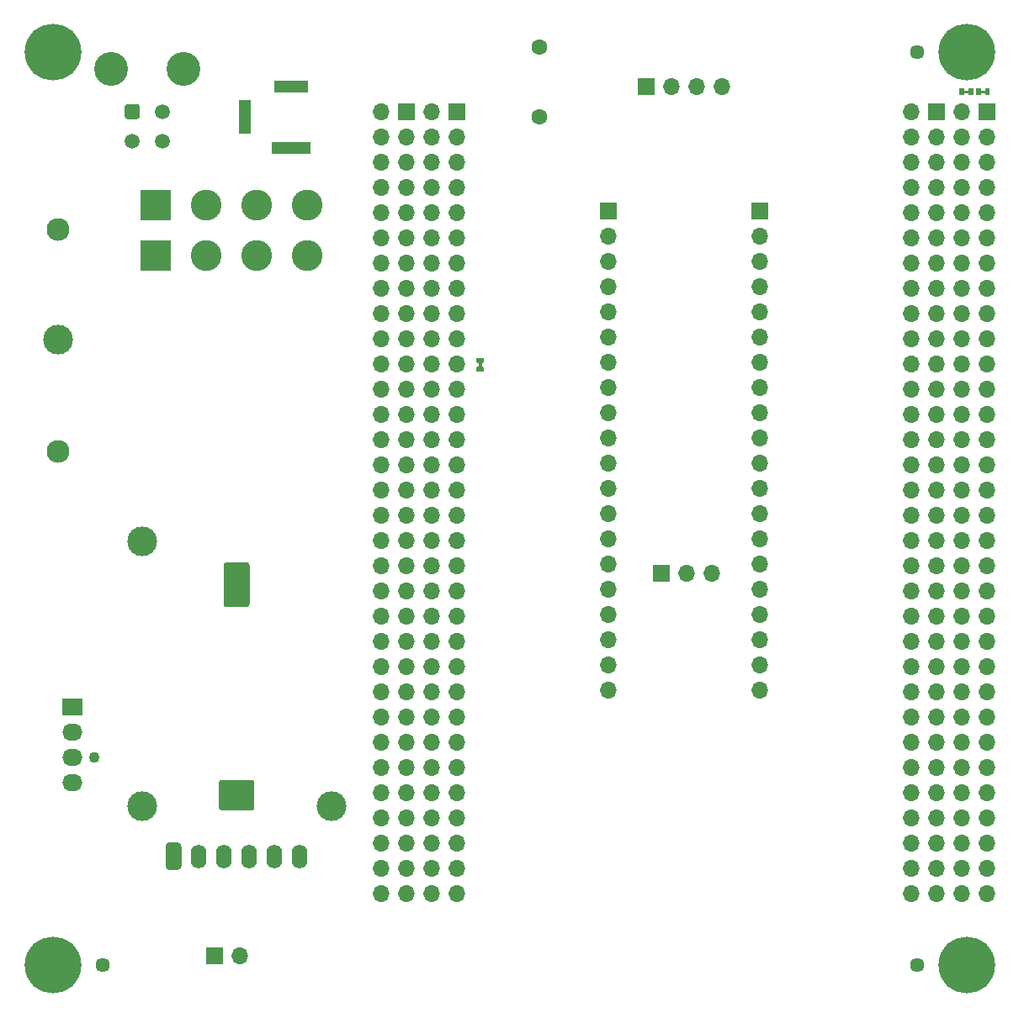
<source format=gbr>
%TF.GenerationSoftware,KiCad,Pcbnew,5.1.9-73d0e3b20d~88~ubuntu18.04.1*%
%TF.CreationDate,2020-12-31T09:15:49+01:00*%
%TF.ProjectId,frontpanel_dev_adapter,66726f6e-7470-4616-9e65-6c5f6465765f,r0.1*%
%TF.SameCoordinates,PX2faf080PY2faf080*%
%TF.FileFunction,Soldermask,Bot*%
%TF.FilePolarity,Negative*%
%FSLAX46Y46*%
G04 Gerber Fmt 4.6, Leading zero omitted, Abs format (unit mm)*
G04 Created by KiCad (PCBNEW 5.1.9-73d0e3b20d~88~ubuntu18.04.1) date 2020-12-31 09:15:49*
%MOMM*%
%LPD*%
G01*
G04 APERTURE LIST*
%ADD10C,0.100000*%
%ADD11C,3.100000*%
%ADD12R,3.100000X3.100000*%
%ADD13O,1.700000X1.700000*%
%ADD14R,1.700000X1.700000*%
%ADD15C,1.448000*%
%ADD16C,1.600000*%
%ADD17C,5.700000*%
%ADD18O,1.600000X2.400000*%
%ADD19C,3.000000*%
%ADD20C,1.100000*%
%ADD21O,2.030000X1.730000*%
%ADD22R,2.030000X1.730000*%
%ADD23C,1.500000*%
%ADD24C,3.410000*%
%ADD25R,1.300000X3.500000*%
%ADD26R,4.000000X1.300000*%
%ADD27R,3.500000X1.300000*%
%ADD28C,2.300000*%
G04 APERTURE END LIST*
D10*
%TO.C,JP603*%
G36*
X47100000Y-35700000D02*
G01*
X47100000Y-35300000D01*
X46900000Y-35300000D01*
X46900000Y-35700000D01*
X47100000Y-35700000D01*
G37*
X47100000Y-35700000D02*
X47100000Y-35300000D01*
X46900000Y-35300000D01*
X46900000Y-35700000D01*
X47100000Y-35700000D01*
%TO.C,JP602*%
G36*
X96150000Y-7900000D02*
G01*
X95750000Y-7900000D01*
X95750000Y-8100000D01*
X96150000Y-8100000D01*
X96150000Y-7900000D01*
G37*
X96150000Y-7900000D02*
X95750000Y-7900000D01*
X95750000Y-8100000D01*
X96150000Y-8100000D01*
X96150000Y-7900000D01*
%TO.C,JP601*%
G36*
X97800000Y-7900000D02*
G01*
X97400000Y-7900000D01*
X97400000Y-8100000D01*
X97800000Y-8100000D01*
X97800000Y-7900000D01*
G37*
X97800000Y-7900000D02*
X97400000Y-7900000D01*
X97400000Y-8100000D01*
X97800000Y-8100000D01*
X97800000Y-7900000D01*
%TD*%
D11*
%TO.C,J202*%
X29620000Y-24540000D03*
X29620000Y-19460000D03*
X24540000Y-24540000D03*
X24540000Y-19460000D03*
X19460000Y-19460000D03*
X19460000Y-24540000D03*
D12*
X14380000Y-19460000D03*
X14380000Y-24540000D03*
%TD*%
D13*
%TO.C,J304*%
X22790000Y-95000000D03*
D14*
X20250000Y-95000000D03*
%TD*%
D15*
%TO.C,M103*%
X91000000Y-4000000D03*
%TD*%
%TO.C,M102*%
X91000000Y-96000000D03*
%TD*%
%TO.C,M101*%
X9000000Y-96000000D03*
%TD*%
D16*
%TO.C,J504*%
X53000000Y-3500000D03*
X53000000Y-10500000D03*
%TD*%
D13*
%TO.C,J505*%
X70330000Y-56500000D03*
X67790000Y-56500000D03*
D14*
X65250000Y-56500000D03*
%TD*%
D17*
%TO.C,H104*%
X96000000Y-96000000D03*
%TD*%
%TO.C,H103*%
X4000000Y-96000000D03*
%TD*%
%TO.C,H102*%
X96000000Y-4000000D03*
%TD*%
%TO.C,H101*%
X4000000Y-4000000D03*
%TD*%
D18*
%TO.C,RTC501*%
X28850000Y-85000000D03*
X26310000Y-85000000D03*
X23770000Y-85000000D03*
X21230000Y-85000000D03*
X18690000Y-85000000D03*
G36*
G01*
X16550000Y-86400000D02*
X15750000Y-86400000D01*
G75*
G02*
X15350000Y-86000000I0J400000D01*
G01*
X15350000Y-84000000D01*
G75*
G02*
X15750000Y-83600000I400000J0D01*
G01*
X16550000Y-83600000D01*
G75*
G02*
X16950000Y-84000000I0J-400000D01*
G01*
X16950000Y-86000000D01*
G75*
G02*
X16550000Y-86400000I-400000J0D01*
G01*
G37*
D19*
X12975000Y-53250000D03*
X32025000Y-79920000D03*
X12975000Y-79920000D03*
%TD*%
D20*
%TO.C,M401*%
X8160000Y-75080000D03*
D21*
X6000000Y-77620000D03*
X6000000Y-75080000D03*
X6000000Y-72540000D03*
D22*
X6000000Y-70000000D03*
%TD*%
%TO.C,JP603*%
G36*
G01*
X46700000Y-35700000D02*
X47300000Y-35700000D01*
G75*
G02*
X47350000Y-35750000I0J-50000D01*
G01*
X47350000Y-36150000D01*
G75*
G02*
X47300000Y-36200000I-50000J0D01*
G01*
X46700000Y-36200000D01*
G75*
G02*
X46650000Y-36150000I0J50000D01*
G01*
X46650000Y-35750000D01*
G75*
G02*
X46700000Y-35700000I50000J0D01*
G01*
G37*
G36*
G01*
X46700000Y-34800000D02*
X47300000Y-34800000D01*
G75*
G02*
X47350000Y-34850000I0J-50000D01*
G01*
X47350000Y-35250000D01*
G75*
G02*
X47300000Y-35300000I-50000J0D01*
G01*
X46700000Y-35300000D01*
G75*
G02*
X46650000Y-35250000I0J50000D01*
G01*
X46650000Y-34850000D01*
G75*
G02*
X46700000Y-34800000I50000J0D01*
G01*
G37*
%TD*%
%TO.C,JP602*%
G36*
G01*
X96150000Y-8300000D02*
X96150000Y-7700000D01*
G75*
G02*
X96200000Y-7650000I50000J0D01*
G01*
X96600000Y-7650000D01*
G75*
G02*
X96650000Y-7700000I0J-50000D01*
G01*
X96650000Y-8300000D01*
G75*
G02*
X96600000Y-8350000I-50000J0D01*
G01*
X96200000Y-8350000D01*
G75*
G02*
X96150000Y-8300000I0J50000D01*
G01*
G37*
G36*
G01*
X95250000Y-8300000D02*
X95250000Y-7700000D01*
G75*
G02*
X95300000Y-7650000I50000J0D01*
G01*
X95700000Y-7650000D01*
G75*
G02*
X95750000Y-7700000I0J-50000D01*
G01*
X95750000Y-8300000D01*
G75*
G02*
X95700000Y-8350000I-50000J0D01*
G01*
X95300000Y-8350000D01*
G75*
G02*
X95250000Y-8300000I0J50000D01*
G01*
G37*
%TD*%
%TO.C,JP601*%
G36*
G01*
X97800000Y-8300000D02*
X97800000Y-7700000D01*
G75*
G02*
X97850000Y-7650000I50000J0D01*
G01*
X98250000Y-7650000D01*
G75*
G02*
X98300000Y-7700000I0J-50000D01*
G01*
X98300000Y-8300000D01*
G75*
G02*
X98250000Y-8350000I-50000J0D01*
G01*
X97850000Y-8350000D01*
G75*
G02*
X97800000Y-8300000I0J50000D01*
G01*
G37*
G36*
G01*
X96900000Y-8300000D02*
X96900000Y-7700000D01*
G75*
G02*
X96950000Y-7650000I50000J0D01*
G01*
X97350000Y-7650000D01*
G75*
G02*
X97400000Y-7700000I0J-50000D01*
G01*
X97400000Y-8300000D01*
G75*
G02*
X97350000Y-8350000I-50000J0D01*
G01*
X96950000Y-8350000D01*
G75*
G02*
X96900000Y-8300000I0J50000D01*
G01*
G37*
%TD*%
D13*
%TO.C,J604*%
X90380000Y-88740000D03*
X92920000Y-88740000D03*
X90380000Y-86200000D03*
X92920000Y-86200000D03*
X90380000Y-83660000D03*
X92920000Y-83660000D03*
X90380000Y-81120000D03*
X92920000Y-81120000D03*
X90380000Y-78580000D03*
X92920000Y-78580000D03*
X90380000Y-76040000D03*
X92920000Y-76040000D03*
X90380000Y-73500000D03*
X92920000Y-73500000D03*
X90380000Y-70960000D03*
X92920000Y-70960000D03*
X90380000Y-68420000D03*
X92920000Y-68420000D03*
X90380000Y-65880000D03*
X92920000Y-65880000D03*
X90380000Y-63340000D03*
X92920000Y-63340000D03*
X90380000Y-60800000D03*
X92920000Y-60800000D03*
X90380000Y-58260000D03*
X92920000Y-58260000D03*
X90380000Y-55720000D03*
X92920000Y-55720000D03*
X90380000Y-53180000D03*
X92920000Y-53180000D03*
X90380000Y-50640000D03*
X92920000Y-50640000D03*
X90380000Y-48100000D03*
X92920000Y-48100000D03*
X90380000Y-45560000D03*
X92920000Y-45560000D03*
X90380000Y-43020000D03*
X92920000Y-43020000D03*
X90380000Y-40480000D03*
X92920000Y-40480000D03*
X90380000Y-37940000D03*
X92920000Y-37940000D03*
X90380000Y-35400000D03*
X92920000Y-35400000D03*
X90380000Y-32860000D03*
X92920000Y-32860000D03*
X90380000Y-30320000D03*
X92920000Y-30320000D03*
X90380000Y-27780000D03*
X92920000Y-27780000D03*
X90380000Y-25240000D03*
X92920000Y-25240000D03*
X90380000Y-22700000D03*
X92920000Y-22700000D03*
X90380000Y-20160000D03*
X92920000Y-20160000D03*
X90380000Y-17620000D03*
X92920000Y-17620000D03*
X90380000Y-15080000D03*
X92920000Y-15080000D03*
X90380000Y-12540000D03*
X92920000Y-12540000D03*
X90380000Y-10000000D03*
D14*
X92920000Y-10000000D03*
%TD*%
D13*
%TO.C,J603*%
X37040000Y-88740000D03*
X39580000Y-88740000D03*
X37040000Y-86200000D03*
X39580000Y-86200000D03*
X37040000Y-83660000D03*
X39580000Y-83660000D03*
X37040000Y-81120000D03*
X39580000Y-81120000D03*
X37040000Y-78580000D03*
X39580000Y-78580000D03*
X37040000Y-76040000D03*
X39580000Y-76040000D03*
X37040000Y-73500000D03*
X39580000Y-73500000D03*
X37040000Y-70960000D03*
X39580000Y-70960000D03*
X37040000Y-68420000D03*
X39580000Y-68420000D03*
X37040000Y-65880000D03*
X39580000Y-65880000D03*
X37040000Y-63340000D03*
X39580000Y-63340000D03*
X37040000Y-60800000D03*
X39580000Y-60800000D03*
X37040000Y-58260000D03*
X39580000Y-58260000D03*
X37040000Y-55720000D03*
X39580000Y-55720000D03*
X37040000Y-53180000D03*
X39580000Y-53180000D03*
X37040000Y-50640000D03*
X39580000Y-50640000D03*
X37040000Y-48100000D03*
X39580000Y-48100000D03*
X37040000Y-45560000D03*
X39580000Y-45560000D03*
X37040000Y-43020000D03*
X39580000Y-43020000D03*
X37040000Y-40480000D03*
X39580000Y-40480000D03*
X37040000Y-37940000D03*
X39580000Y-37940000D03*
X37040000Y-35400000D03*
X39580000Y-35400000D03*
X37040000Y-32860000D03*
X39580000Y-32860000D03*
X37040000Y-30320000D03*
X39580000Y-30320000D03*
X37040000Y-27780000D03*
X39580000Y-27780000D03*
X37040000Y-25240000D03*
X39580000Y-25240000D03*
X37040000Y-22700000D03*
X39580000Y-22700000D03*
X37040000Y-20160000D03*
X39580000Y-20160000D03*
X37040000Y-17620000D03*
X39580000Y-17620000D03*
X37040000Y-15080000D03*
X39580000Y-15080000D03*
X37040000Y-12540000D03*
X39580000Y-12540000D03*
X37040000Y-10000000D03*
D14*
X39580000Y-10000000D03*
%TD*%
D13*
%TO.C,J602*%
X95460000Y-88740000D03*
X98000000Y-88740000D03*
X95460000Y-86200000D03*
X98000000Y-86200000D03*
X95460000Y-83660000D03*
X98000000Y-83660000D03*
X95460000Y-81120000D03*
X98000000Y-81120000D03*
X95460000Y-78580000D03*
X98000000Y-78580000D03*
X95460000Y-76040000D03*
X98000000Y-76040000D03*
X95460000Y-73500000D03*
X98000000Y-73500000D03*
X95460000Y-70960000D03*
X98000000Y-70960000D03*
X95460000Y-68420000D03*
X98000000Y-68420000D03*
X95460000Y-65880000D03*
X98000000Y-65880000D03*
X95460000Y-63340000D03*
X98000000Y-63340000D03*
X95460000Y-60800000D03*
X98000000Y-60800000D03*
X95460000Y-58260000D03*
X98000000Y-58260000D03*
X95460000Y-55720000D03*
X98000000Y-55720000D03*
X95460000Y-53180000D03*
X98000000Y-53180000D03*
X95460000Y-50640000D03*
X98000000Y-50640000D03*
X95460000Y-48100000D03*
X98000000Y-48100000D03*
X95460000Y-45560000D03*
X98000000Y-45560000D03*
X95460000Y-43020000D03*
X98000000Y-43020000D03*
X95460000Y-40480000D03*
X98000000Y-40480000D03*
X95460000Y-37940000D03*
X98000000Y-37940000D03*
X95460000Y-35400000D03*
X98000000Y-35400000D03*
X95460000Y-32860000D03*
X98000000Y-32860000D03*
X95460000Y-30320000D03*
X98000000Y-30320000D03*
X95460000Y-27780000D03*
X98000000Y-27780000D03*
X95460000Y-25240000D03*
X98000000Y-25240000D03*
X95460000Y-22700000D03*
X98000000Y-22700000D03*
X95460000Y-20160000D03*
X98000000Y-20160000D03*
X95460000Y-17620000D03*
X98000000Y-17620000D03*
X95460000Y-15080000D03*
X98000000Y-15080000D03*
X95460000Y-12540000D03*
X98000000Y-12540000D03*
X95460000Y-10000000D03*
D14*
X98000000Y-10000000D03*
%TD*%
D13*
%TO.C,J601*%
X42120000Y-88740000D03*
X44660000Y-88740000D03*
X42120000Y-86200000D03*
X44660000Y-86200000D03*
X42120000Y-83660000D03*
X44660000Y-83660000D03*
X42120000Y-81120000D03*
X44660000Y-81120000D03*
X42120000Y-78580000D03*
X44660000Y-78580000D03*
X42120000Y-76040000D03*
X44660000Y-76040000D03*
X42120000Y-73500000D03*
X44660000Y-73500000D03*
X42120000Y-70960000D03*
X44660000Y-70960000D03*
X42120000Y-68420000D03*
X44660000Y-68420000D03*
X42120000Y-65880000D03*
X44660000Y-65880000D03*
X42120000Y-63340000D03*
X44660000Y-63340000D03*
X42120000Y-60800000D03*
X44660000Y-60800000D03*
X42120000Y-58260000D03*
X44660000Y-58260000D03*
X42120000Y-55720000D03*
X44660000Y-55720000D03*
X42120000Y-53180000D03*
X44660000Y-53180000D03*
X42120000Y-50640000D03*
X44660000Y-50640000D03*
X42120000Y-48100000D03*
X44660000Y-48100000D03*
X42120000Y-45560000D03*
X44660000Y-45560000D03*
X42120000Y-43020000D03*
X44660000Y-43020000D03*
X42120000Y-40480000D03*
X44660000Y-40480000D03*
X42120000Y-37940000D03*
X44660000Y-37940000D03*
X42120000Y-35400000D03*
X44660000Y-35400000D03*
X42120000Y-32860000D03*
X44660000Y-32860000D03*
X42120000Y-30320000D03*
X44660000Y-30320000D03*
X42120000Y-27780000D03*
X44660000Y-27780000D03*
X42120000Y-25240000D03*
X44660000Y-25240000D03*
X42120000Y-22700000D03*
X44660000Y-22700000D03*
X42120000Y-20160000D03*
X44660000Y-20160000D03*
X42120000Y-17620000D03*
X44660000Y-17620000D03*
X42120000Y-15080000D03*
X44660000Y-15080000D03*
X42120000Y-12540000D03*
X44660000Y-12540000D03*
X42120000Y-10000000D03*
D14*
X44660000Y-10000000D03*
%TD*%
D13*
%TO.C,J503*%
X71330000Y-7500000D03*
X68790000Y-7500000D03*
X66250000Y-7500000D03*
D14*
X63710000Y-7500000D03*
%TD*%
D13*
%TO.C,J502*%
X75140000Y-68260000D03*
X75140000Y-65720000D03*
X75140000Y-63180000D03*
X75140000Y-60640000D03*
X75140000Y-58100000D03*
X75140000Y-55560000D03*
X75140000Y-53020000D03*
X75140000Y-50480000D03*
X75140000Y-47940000D03*
X75140000Y-45400000D03*
X75140000Y-42860000D03*
X75140000Y-40320000D03*
X75140000Y-37780000D03*
X75140000Y-35240000D03*
X75140000Y-32700000D03*
X75140000Y-30160000D03*
X75140000Y-27620000D03*
X75140000Y-25080000D03*
X75140000Y-22540000D03*
D14*
X75140000Y-20000000D03*
%TD*%
D13*
%TO.C,J501*%
X59900000Y-68260000D03*
X59900000Y-65720000D03*
X59900000Y-63180000D03*
X59900000Y-60640000D03*
X59900000Y-58100000D03*
X59900000Y-55560000D03*
X59900000Y-53020000D03*
X59900000Y-50480000D03*
X59900000Y-47940000D03*
X59900000Y-45400000D03*
X59900000Y-42860000D03*
X59900000Y-40320000D03*
X59900000Y-37780000D03*
X59900000Y-35240000D03*
X59900000Y-32700000D03*
X59900000Y-30160000D03*
X59900000Y-27620000D03*
X59900000Y-25080000D03*
X59900000Y-22540000D03*
D14*
X59900000Y-20000000D03*
%TD*%
D23*
%TO.C,J203*%
X15000000Y-13000000D03*
X12000000Y-13000000D03*
X15000000Y-10000000D03*
G36*
G01*
X11250000Y-10500000D02*
X11250000Y-9500000D01*
G75*
G02*
X11500000Y-9250000I250000J0D01*
G01*
X12500000Y-9250000D01*
G75*
G02*
X12750000Y-9500000I0J-250000D01*
G01*
X12750000Y-10500000D01*
G75*
G02*
X12500000Y-10750000I-250000J0D01*
G01*
X11500000Y-10750000D01*
G75*
G02*
X11250000Y-10500000I0J250000D01*
G01*
G37*
D24*
X17150000Y-5680000D03*
X9850000Y-5680000D03*
%TD*%
D25*
%TO.C,J201*%
X23300000Y-10500000D03*
D26*
X28000000Y-13700000D03*
D27*
X28000000Y-7500000D03*
%TD*%
D19*
%TO.C,F201*%
X4500000Y-33000000D03*
D28*
X4500000Y-44250000D03*
X4500000Y-21900000D03*
%TD*%
%TO.C,BT501*%
G36*
G01*
X21010000Y-77300000D02*
X23990000Y-77300000D01*
G75*
G02*
X24300000Y-77610000I0J-310000D01*
G01*
X24300000Y-80090000D01*
G75*
G02*
X23990000Y-80400000I-310000J0D01*
G01*
X21010000Y-80400000D01*
G75*
G02*
X20700000Y-80090000I0J310000D01*
G01*
X20700000Y-77610000D01*
G75*
G02*
X21010000Y-77300000I310000J0D01*
G01*
G37*
G36*
G01*
X21460000Y-55400000D02*
X23540000Y-55400000D01*
G75*
G02*
X23800000Y-55660000I0J-260000D01*
G01*
X23800000Y-59640000D01*
G75*
G02*
X23540000Y-59900000I-260000J0D01*
G01*
X21460000Y-59900000D01*
G75*
G02*
X21200000Y-59640000I0J260000D01*
G01*
X21200000Y-55660000D01*
G75*
G02*
X21460000Y-55400000I260000J0D01*
G01*
G37*
%TD*%
M02*

</source>
